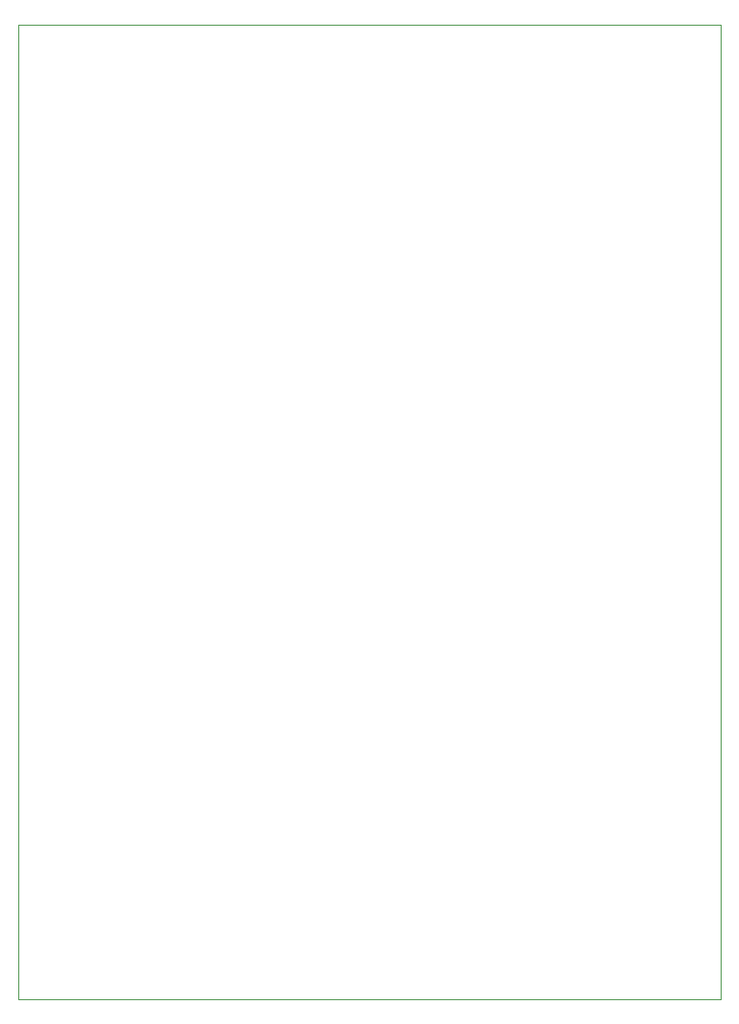
<source format=gbr>
%TF.GenerationSoftware,KiCad,Pcbnew,(6.0.4)*%
%TF.CreationDate,2022-09-16T03:15:39+09:00*%
%TF.ProjectId,gnssboard_p,676e7373-626f-4617-9264-5f702e6b6963,rev?*%
%TF.SameCoordinates,Original*%
%TF.FileFunction,Profile,NP*%
%FSLAX46Y46*%
G04 Gerber Fmt 4.6, Leading zero omitted, Abs format (unit mm)*
G04 Created by KiCad (PCBNEW (6.0.4)) date 2022-09-16 03:15:39*
%MOMM*%
%LPD*%
G01*
G04 APERTURE LIST*
%TA.AperFunction,Profile*%
%ADD10C,0.050000*%
%TD*%
G04 APERTURE END LIST*
D10*
X175000000Y-120000000D02*
X110000000Y-120000000D01*
X110000000Y-120000000D02*
X110000000Y-30000000D01*
X110000000Y-30000000D02*
X175000000Y-30000000D01*
X175000000Y-30000000D02*
X175000000Y-120000000D01*
M02*

</source>
